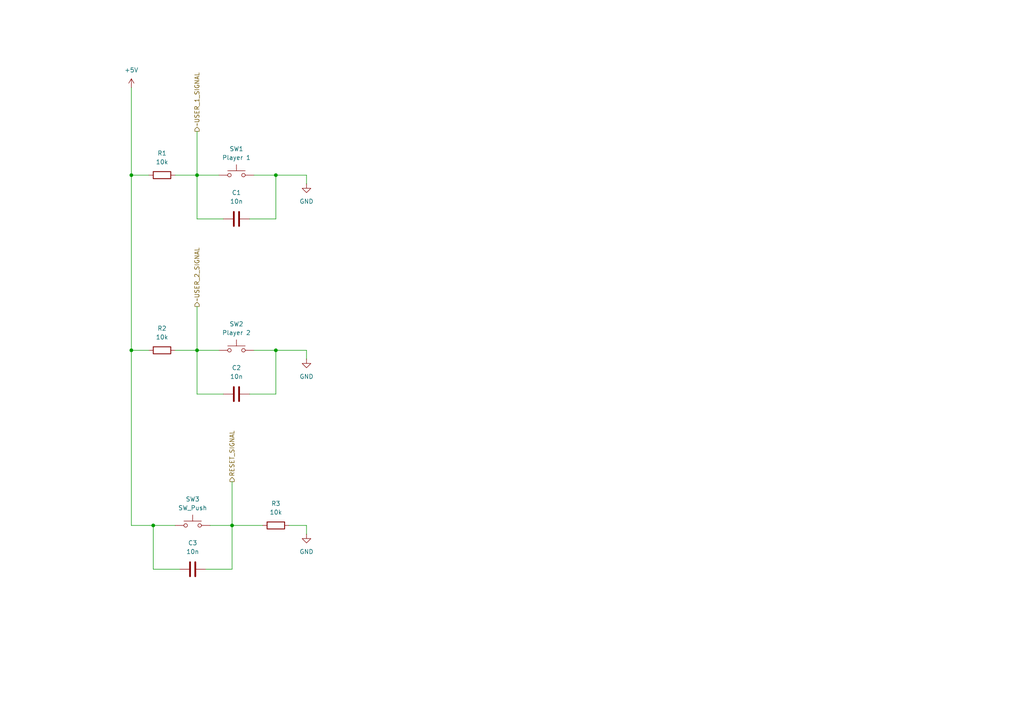
<source format=kicad_sch>
(kicad_sch (version 20231120) (generator "eeschema") (generator_version "8.0")
  (paper "A4")
  (lib_symbols
    (symbol "Device:C" (pin_numbers hide) (pin_names (offset 0.254))
      (property "Reference" "C" (at 0.635 2.54 0))
      (property "Value" "C" (at 0.635 -2.54 0))
      (symbol "C_0_1"
        (polyline (pts (xy -2.032 -0.762) (xy 2.032 -0.762)) (stroke (width 0.508)))
        (polyline (pts (xy -2.032 0.762) (xy 2.032 0.762)) (stroke (width 0.508)))
      )
      (symbol "C_1_1"
        (pin passive line (at 0 3.81 270) (length 2.794) (name "~") (number "1"))
        (pin passive line (at 0 -3.81 90) (length 2.794) (name "~") (number "2"))
      )
    )
    (symbol "Device:R" (pin_numbers hide) (pin_names (offset 0))
      (property "Reference" "R" (at 2.032 0 90))
      (property "Value" "R" (at 0 0 90))
      (symbol "R_0_1"
        (rectangle (start -1.016 -2.54) (end 1.016 2.54) (stroke (width 0.254)))
      )
      (symbol "R_1_1"
        (pin passive line (at 0 3.81 270) (length 1.27) (name "~") (number "1"))
        (pin passive line (at 0 -3.81 90) (length 1.27) (name "~") (number "2"))
      )
    )
    (symbol "Switch:SW_Push" (pin_numbers hide) (pin_names (offset 1.016) hide)
      (property "Reference" "SW" (at 1.27 2.54 0))
      (property "Value" "SW_Push" (at 0 -1.524 0))
      (symbol "SW_Push_0_1"
        (circle (center -2.032 0) (radius 0.508))
        (polyline (pts (xy 0 1.27) (xy 0 3.048)))
        (polyline (pts (xy 2.54 1.27) (xy -2.54 1.27)))
        (circle (center 2.032 0) (radius 0.508))
        (pin passive line (at -5.08 0 0) (length 2.54) (name "1") (number "1"))
        (pin passive line (at 5.08 0 180) (length 2.54) (name "2") (number "2"))
      )
    )
    (symbol "power:+5V" (power) (pin_numbers hide) (pin_names (offset 0) hide)
      (property "Value" "+5V" (at 0 3.556 0))
      (symbol "+5V_0_1"
        (polyline (pts (xy -0.762 1.27) (xy 0 2.54)))
        (polyline (pts (xy 0 0) (xy 0 2.54)))
        (polyline (pts (xy 0 2.54) (xy 0.762 1.27)))
      )
      (symbol "+5V_1_1"
        (pin power_in line (at 0 0 90) (length 0) (name "~") (number "1"))
      )
    )
    (symbol "power:GND" (power) (pin_numbers hide) (pin_names (offset 0) hide)
      (property "Value" "GND" (at 0 -3.81 0))
      (symbol "GND_0_1"
        (polyline (pts (xy 0 0) (xy 0 -1.27) (xy 1.27 -1.27) (xy 0 -2.54) (xy -1.27 -1.27) (xy 0 -1.27)))
      )
      (symbol "GND_1_1"
        (pin power_in line (at 0 0 270) (length 0) (name "~") (number "1"))
      )
    )
  )
  (junction (at 67.31 152.4))
  (junction (at 57.15 101.6))
  (junction (at 44.45 152.4))
  (junction (at 38.1 50.8))
  (junction (at 80.01 50.8))
  (junction (at 80.01 101.6))
  (junction (at 38.1 101.6))
  (junction (at 57.15 50.8))
  (wire (pts (xy 88.9 152.4) (xy 88.9 154.94)))
  (wire (pts (xy 64.77 114.3) (xy 57.15 114.3)))
  (wire (pts (xy 72.39 114.3) (xy 80.01 114.3)))
  (wire (pts (xy 73.66 101.6) (xy 80.01 101.6)))
  (wire (pts (xy 67.31 139.7) (xy 67.31 152.4)))
  (wire (pts (xy 64.77 63.5) (xy 57.15 63.5)))
  (wire (pts (xy 57.15 114.3) (xy 57.15 101.6)))
  (wire (pts (xy 43.18 101.6) (xy 38.1 101.6)))
  (wire (pts (xy 67.31 165.1) (xy 67.31 152.4)))
  (wire (pts (xy 88.9 101.6) (xy 80.01 101.6)))
  (wire (pts (xy 57.15 50.8) (xy 57.15 38.1)))
  (wire (pts (xy 88.9 50.8) (xy 88.9 53.34)))
  (wire (pts (xy 50.8 101.6) (xy 57.15 101.6)))
  (wire (pts (xy 60.96 152.4) (xy 67.31 152.4)))
  (wire (pts (xy 38.1 152.4) (xy 44.45 152.4)))
  (wire (pts (xy 38.1 50.8) (xy 38.1 101.6)))
  (wire (pts (xy 88.9 101.6) (xy 88.9 104.14)))
  (wire (pts (xy 38.1 152.4) (xy 38.1 101.6)))
  (wire (pts (xy 72.39 63.5) (xy 80.01 63.5)))
  (wire (pts (xy 44.45 152.4) (xy 50.8 152.4)))
  (wire (pts (xy 80.01 50.8) (xy 80.01 63.5)))
  (wire (pts (xy 50.8 50.8) (xy 57.15 50.8)))
  (wire (pts (xy 57.15 88.9) (xy 57.15 101.6)))
  (wire (pts (xy 67.31 152.4) (xy 76.2 152.4)))
  (wire (pts (xy 83.82 152.4) (xy 88.9 152.4)))
  (wire (pts (xy 44.45 165.1) (xy 44.45 152.4)))
  (wire (pts (xy 57.15 63.5) (xy 57.15 50.8)))
  (wire (pts (xy 52.07 165.1) (xy 44.45 165.1)))
  (wire (pts (xy 57.15 50.8) (xy 63.5 50.8)))
  (wire (pts (xy 59.69 165.1) (xy 67.31 165.1)))
  (wire (pts (xy 38.1 50.8) (xy 43.18 50.8)))
  (wire (pts (xy 57.15 101.6) (xy 63.5 101.6)))
  (wire (pts (xy 38.1 25.4) (xy 38.1 50.8)))
  (wire (pts (xy 73.66 50.8) (xy 80.01 50.8)))
  (wire (pts (xy 80.01 114.3) (xy 80.01 101.6)))
  (wire (pts (xy 80.01 50.8) (xy 88.9 50.8)))
  (hierarchical_label "~USER_2_SIGNAL" (shape output) (at 57.15 88.9 90))
  (hierarchical_label "~USER_1_SIGNAL" (shape output) (at 57.15 38.1 90))
  (hierarchical_label "RESET_SIGNAL" (shape output) (at 67.31 139.7 90))
  (symbol (lib_id "power:GND") (at 88.9 154.94 0) (unit 1)
    (property "Reference" "#PWR04" (effects (hide yes)))
    (property "Value" "GND" (at 88.9 160.02 0))
    (property "Description" "Power symbol creates a global label with name \"GND\" , ground" (effects (hide yes)))
  )
  (symbol (lib_id "Device:C") (at 55.88 165.1 90) (unit 1)
    (property "Reference" "C3" (at 55.88 157.48 90))
    (property "Value" "10n" (at 55.88 160.02 90))
    (property "Footprint" "Capacitor_THT:C_Disc_D3.4mm_W2.1mm_P2.50mm" (effects (hide yes)))
    (property "Description" "Unpolarized capacitor" (effects (hide yes)))
  )
  (symbol (lib_id "Device:R") (at 46.99 101.6 90) (unit 1)
    (property "Reference" "R2" (at 46.99 95.25 90))
    (property "Value" "10k" (at 46.99 97.79 90))
    (property "Footprint" "Resistor_THT:R_Axial_DIN0207_L6.3mm_D2.5mm_P10.16mm_Horizontal" (effects (hide yes)))
    (property "Description" "Resistor" (effects (hide yes)))
  )
  (symbol (lib_id "Switch:SW_Push") (at 55.88 152.4 0) (unit 1)
    (property "Reference" "SW3" (at 55.88 144.78 0))
    (property "Value" "SW_Push" (at 55.88 147.32 0))
    (property "Footprint" "Button_Switch_THT:SW_PUSH_6mm_H5mm" (effects (hide yes)))
    (property "Description" "Push button switch, generic, two pins" (effects (hide yes)))
  )
  (symbol (lib_id "Switch:SW_Push") (at 68.58 50.8 0) (unit 1)
    (property "Reference" "SW1" (at 68.58 43.18 0))
    (property "Value" "Player 1" (at 68.58 45.72 0))
    (property "Footprint" "Button_Switch_THT:SW_PUSH_6mm_H5mm" (effects (hide yes)))
    (property "Description" "Push button switch, generic, two pins" (effects (hide yes)))
  )
  (symbol (lib_id "power:GND") (at 88.9 104.14 0) (unit 1)
    (property "Reference" "#PWR02" (effects (hide yes)))
    (property "Value" "GND" (at 88.9 109.22 0))
    (property "Description" "Power symbol creates a global label with name \"GND\" , ground" (effects (hide yes)))
  )
  (symbol (lib_id "Device:R") (at 80.01 152.4 90) (unit 1)
    (property "Reference" "R3" (at 80.01 146.05 90))
    (property "Value" "10k" (at 80.01 148.59 90))
    (property "Footprint" "Resistor_THT:R_Axial_DIN0207_L6.3mm_D2.5mm_P10.16mm_Horizontal" (effects (hide yes)))
    (property "Description" "Resistor" (effects (hide yes)))
  )
  (symbol (lib_id "power:GND") (at 88.9 53.34 0) (unit 1)
    (property "Reference" "#PWR01" (effects (hide yes)))
    (property "Value" "GND" (at 88.9 58.42 0))
    (property "Description" "Power symbol creates a global label with name \"GND\" , ground" (effects (hide yes)))
  )
  (symbol (lib_id "Device:C") (at 68.58 114.3 90) (unit 1)
    (property "Reference" "C2" (at 68.58 106.68 90))
    (property "Value" "10n" (at 68.58 109.22 90))
    (property "Footprint" "Capacitor_THT:C_Disc_D3.4mm_W2.1mm_P2.50mm" (effects (hide yes)))
    (property "Description" "Unpolarized capacitor" (effects (hide yes)))
  )
  (symbol (lib_id "Device:R") (at 46.99 50.8 90) (unit 1)
    (property "Reference" "R1" (at 46.99 44.45 90))
    (property "Value" "10k" (at 46.99 46.99 90))
    (property "Footprint" "Resistor_THT:R_Axial_DIN0207_L6.3mm_D2.5mm_P10.16mm_Horizontal" (effects (hide yes)))
    (property "Description" "Resistor" (effects (hide yes)))
  )
  (symbol (lib_id "Device:C") (at 68.58 63.5 90) (unit 1)
    (property "Reference" "C1" (at 68.58 55.88 90))
    (property "Value" "10n" (at 68.58 58.42 90))
    (property "Footprint" "Capacitor_THT:C_Disc_D3.4mm_W2.1mm_P2.50mm" (effects (hide yes)))
    (property "Description" "Unpolarized capacitor" (effects (hide yes)))
  )
  (symbol (lib_id "power:+5V") (at 38.1 25.4 0) (unit 1)
    (property "Reference" "#PWR03" (effects (hide yes)))
    (property "Value" "+5V" (at 38.1 20.32 0))
    (property "Description" "Power symbol creates a global label with name \"+5V\"" (effects (hide yes)))
  )
  (symbol (lib_id "Switch:SW_Push") (at 68.58 101.6 0) (unit 1)
    (property "Reference" "SW2" (at 68.58 93.98 0))
    (property "Value" "Player 2" (at 68.58 96.52 0))
    (property "Footprint" "Button_Switch_THT:SW_PUSH_6mm_H5mm" (effects (hide yes)))
    (property "Description" "Push button switch, generic, two pins" (effects (hide yes)))
  )
)
</source>
